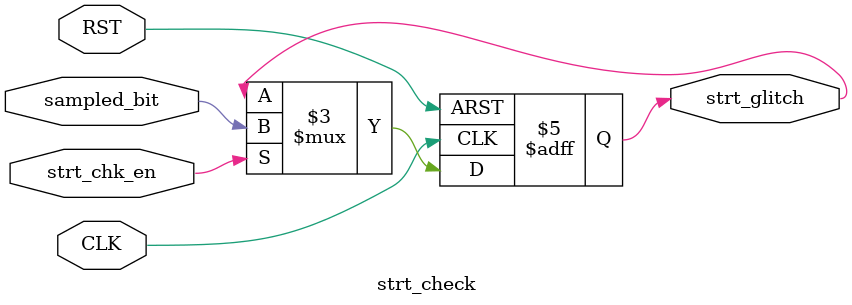
<source format=sv>
module strt_check (
    input  logic CLK,
    input  logic RST,
    input  logic strt_chk_en,
    input  logic sampled_bit,

    output logic strt_glitch
);
    
always_ff @(posedge CLK or negedge RST)  begin
    if (~RST) begin
        strt_glitch <= 0;
    end
    else if (strt_chk_en) begin
        strt_glitch <= sampled_bit;  // if sampled = 0 -> no glitch
    end                              // if sampled = 1 -> glitch
end

endmodule
</source>
